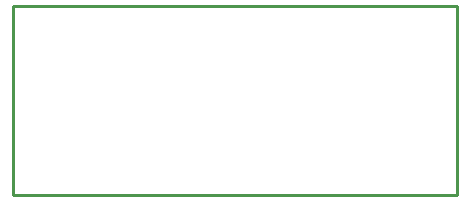
<source format=gko>
G04 Layer_Color=16711935*
%FSLAX23Y23*%
%MOIN*%
G70*
G01*
G75*
%ADD16C,0.010*%
D16*
X1030Y1000D02*
X2510D01*
Y1630D01*
X1030D02*
X2510D01*
X1030Y1000D02*
Y1630D01*
M02*

</source>
